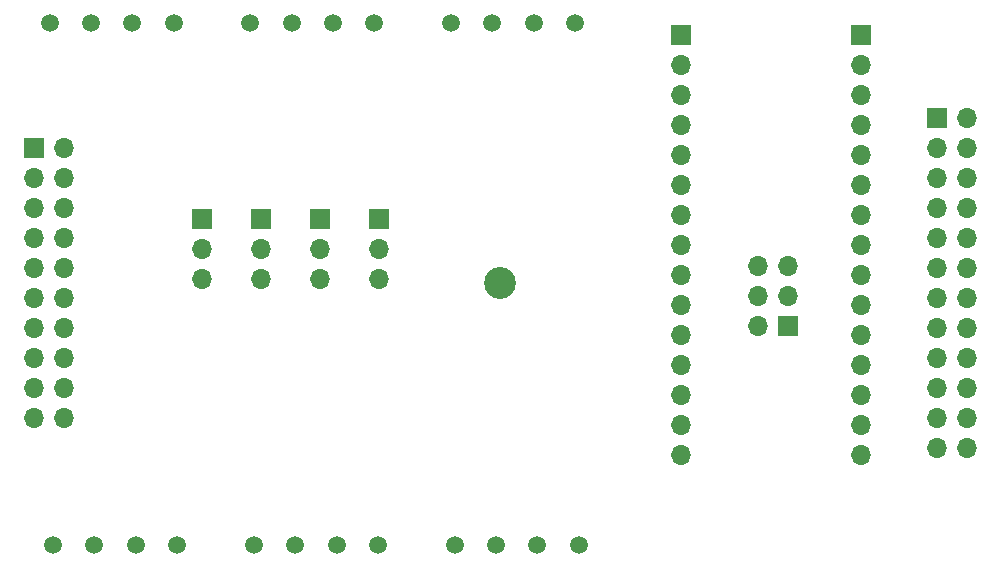
<source format=gbr>
%TF.GenerationSoftware,KiCad,Pcbnew,(5.1.10)-1*%
%TF.CreationDate,2022-02-02T21:42:12-05:00*%
%TF.ProjectId,RevA,52657641-2e6b-4696-9361-645f70636258,rev?*%
%TF.SameCoordinates,Original*%
%TF.FileFunction,Soldermask,Bot*%
%TF.FilePolarity,Negative*%
%FSLAX46Y46*%
G04 Gerber Fmt 4.6, Leading zero omitted, Abs format (unit mm)*
G04 Created by KiCad (PCBNEW (5.1.10)-1) date 2022-02-02 21:42:12*
%MOMM*%
%LPD*%
G01*
G04 APERTURE LIST*
%ADD10R,1.700000X1.700000*%
%ADD11O,1.700000X1.700000*%
%ADD12C,2.700000*%
%ADD13C,1.498600*%
G04 APERTURE END LIST*
D10*
%TO.C,J1*%
X163000000Y-86570000D03*
D11*
X165540000Y-86570000D03*
X163000000Y-89110000D03*
X165540000Y-89110000D03*
X163000000Y-91650000D03*
X165540000Y-91650000D03*
X163000000Y-94190000D03*
X165540000Y-94190000D03*
X163000000Y-96730000D03*
X165540000Y-96730000D03*
X163000000Y-99270000D03*
X165540000Y-99270000D03*
X163000000Y-101810000D03*
X165540000Y-101810000D03*
X163000000Y-104350000D03*
X165540000Y-104350000D03*
X163000000Y-106890000D03*
X165540000Y-106890000D03*
X163000000Y-109430000D03*
X165540000Y-109430000D03*
%TD*%
D10*
%TO.C,J2*%
X239500000Y-84030000D03*
D11*
X242040000Y-84030000D03*
X239500000Y-86570000D03*
X242040000Y-86570000D03*
X239500000Y-89110000D03*
X242040000Y-89110000D03*
X239500000Y-91650000D03*
X242040000Y-91650000D03*
X239500000Y-94190000D03*
X242040000Y-94190000D03*
X239500000Y-96730000D03*
X242040000Y-96730000D03*
X239500000Y-99270000D03*
X242040000Y-99270000D03*
X239500000Y-101810000D03*
X242040000Y-101810000D03*
X239500000Y-104350000D03*
X242040000Y-104350000D03*
X239500000Y-106890000D03*
X242040000Y-106890000D03*
X239500000Y-109430000D03*
X242040000Y-109430000D03*
X239500000Y-111970000D03*
X242040000Y-111970000D03*
%TD*%
%TO.C,J4*%
X177250000Y-97620000D03*
X177250000Y-95080000D03*
D10*
X177250000Y-92540000D03*
%TD*%
D11*
%TO.C,J6*%
X182250000Y-97620000D03*
X182250000Y-95080000D03*
D10*
X182250000Y-92540000D03*
%TD*%
D11*
%TO.C,J8*%
X187250000Y-97620000D03*
X187250000Y-95080000D03*
D10*
X187250000Y-92540000D03*
%TD*%
D11*
%TO.C,J10*%
X192250000Y-97620000D03*
X192250000Y-95080000D03*
D10*
X192250000Y-92540000D03*
%TD*%
%TO.C,J11*%
X217760000Y-77000000D03*
D11*
X217760000Y-79540000D03*
X217760000Y-82080000D03*
X217760000Y-84620000D03*
X217760000Y-87160000D03*
X217760000Y-89700000D03*
X217760000Y-92240000D03*
X217760000Y-94780000D03*
X217760000Y-97320000D03*
X217760000Y-99860000D03*
X217760000Y-102400000D03*
X217760000Y-104940000D03*
X217760000Y-107480000D03*
X217760000Y-110020000D03*
X217760000Y-112560000D03*
%TD*%
%TO.C,J12*%
X233000000Y-112560000D03*
X233000000Y-110020000D03*
X233000000Y-107480000D03*
X233000000Y-104940000D03*
X233000000Y-102400000D03*
X233000000Y-99860000D03*
X233000000Y-97320000D03*
X233000000Y-94780000D03*
X233000000Y-92240000D03*
X233000000Y-89700000D03*
X233000000Y-87160000D03*
X233000000Y-84620000D03*
X233000000Y-82080000D03*
X233000000Y-79540000D03*
D10*
X233000000Y-77000000D03*
%TD*%
%TO.C,J13*%
X226822000Y-101600000D03*
D11*
X224282000Y-101600000D03*
X226822000Y-99060000D03*
X224282000Y-99060000D03*
X226822000Y-96520000D03*
X224282000Y-96520000D03*
%TD*%
D12*
%TO.C,M2.5*%
X202500000Y-98000000D03*
%TD*%
D13*
%TO.C,J3*%
X181323998Y-75946000D03*
X184823999Y-75946000D03*
X188323999Y-75946000D03*
X191824000Y-75946000D03*
%TD*%
%TO.C,J5*%
X174824000Y-75946000D03*
X171323999Y-75946000D03*
X167823999Y-75946000D03*
X164323998Y-75946000D03*
%TD*%
%TO.C,J7*%
X198323998Y-75946000D03*
X201823999Y-75946000D03*
X205323999Y-75946000D03*
X208824000Y-75946000D03*
%TD*%
%TO.C,J9*%
X164628000Y-120142000D03*
X168128001Y-120142000D03*
X171628001Y-120142000D03*
X175128002Y-120142000D03*
%TD*%
%TO.C,J14*%
X198628000Y-120142000D03*
X202128001Y-120142000D03*
X205628001Y-120142000D03*
X209128002Y-120142000D03*
%TD*%
%TO.C,J16*%
X181628000Y-120142000D03*
X185128001Y-120142000D03*
X188628001Y-120142000D03*
X192128002Y-120142000D03*
%TD*%
M02*

</source>
